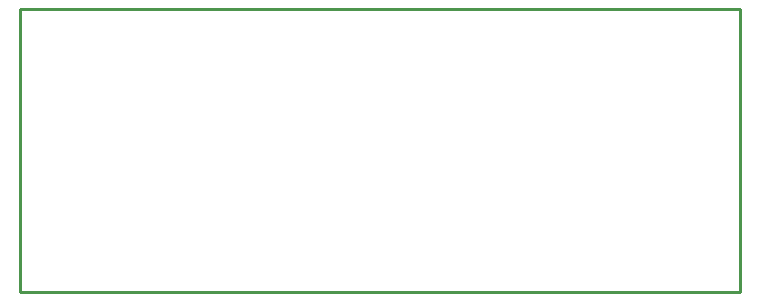
<source format=gbr>
G04 start of page 4 for group 2 idx 2 *
G04 Title: simple, outline *
G04 Creator: pcb 20140316 *
G04 CreationDate: Wed 21 Feb 2018 06:48:06 PM GMT UTC *
G04 For: brian *
G04 Format: Gerber/RS-274X *
G04 PCB-Dimensions (mil): 6000.00 5000.00 *
G04 PCB-Coordinate-Origin: lower left *
%MOIN*%
%FSLAX25Y25*%
%LNOUTLINE*%
%ADD50C,0.0100*%
G54D50*X133000Y319500D02*Y414000D01*
X373000D01*
Y319500D01*
X133000D01*
M02*

</source>
